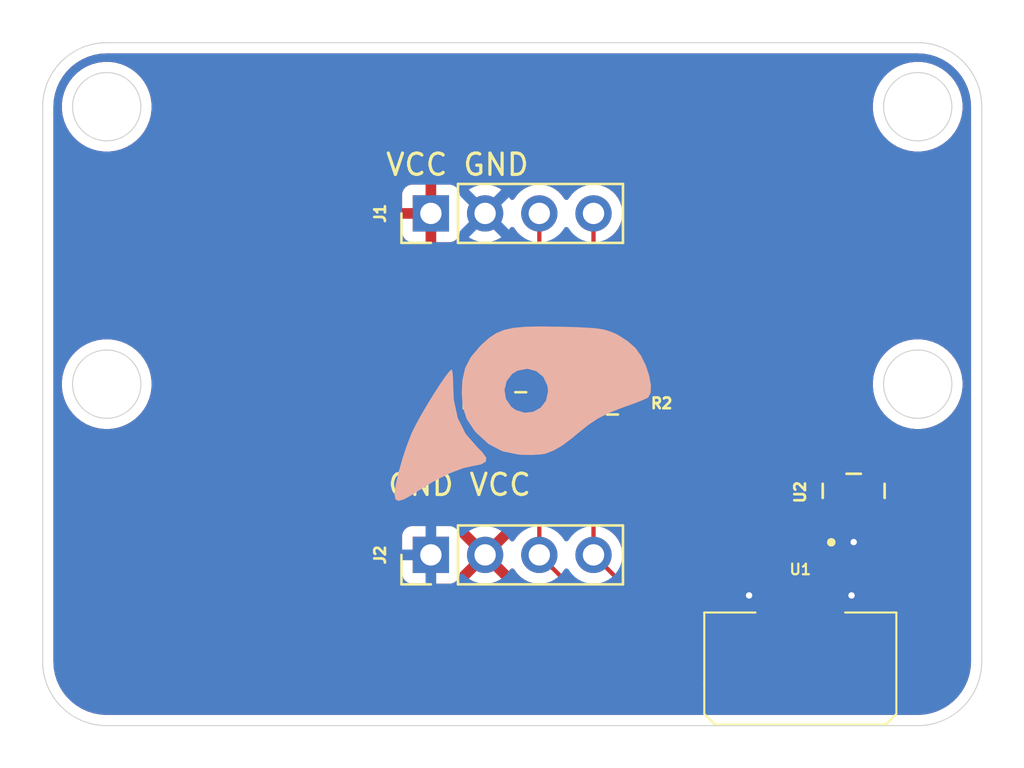
<source format=kicad_pcb>
(kicad_pcb (version 20241229) (generator "pcbnew") (generator_version "9.0")
  (layers (0 "F.Cu" signal) (2 "B.Cu" signal) (13 "F.Paste" user) (15 "B.Paste" user) (5 "F.SilkS" user "F.Silkscreen") (7 "B.SilkS" user "B.Silkscreen") (1 "F.Mask" user) (3 "B.Mask" user) (25 "Edge.Cuts" user))
  (net 0 "")
  (net 1 "GND")
  (net 2 "GPIO 0")
  (net 3 "+3V3")
  (net 4 "GPIO 1")
  (net 5 "+5V")
  (net 6 "GPIO 3")
  (net 7 "GPIO 2")
  (footprint "FFC:FFC 0.8mm 8P" (layer "F.Cu") (at 103.5 66.6)
    (property "Reference" "U1" (at 0 -1.92 0) (layer "F.SilkS") (effects (font (size 0.5 0.5) (thickness 0.1))))
    (property "Value" "~" (hide yes))
    (fp_line (start -4.5 0.1) (end -2.1 0.1) (stroke (width 0.1)) (layer "F.SilkS"))
    (fp_line (start -4.5 3.45) (end -4.5 0.1) (stroke (width 0.1)) (layer "F.SilkS"))
    (fp_line (start -4.5 4.849999) (end -4.5 3.45) (stroke (width 0.1)) (layer "F.SilkS"))
    (fp_line (start -4 5.35) (end -4.5 4.849999) (stroke (width 0.1)) (layer "F.SilkS"))
    (fp_line (start -4 5.35) (end 4 5.35) (stroke (width 0.1)) (layer "F.SilkS"))
    (fp_line (start 2.1 0.1) (end 4.5 0.1) (stroke (width 0.1)) (layer "F.SilkS"))
    (fp_line (start 4 5.35) (end 4.5 4.849999) (stroke (width 0.1)) (layer "F.SilkS"))
    (fp_line (start 4.5 0.1) (end 4.5 3.45) (stroke (width 0.1)) (layer "F.SilkS"))
    (fp_line (start 4.5 4.849999) (end 4.5 3.45) (stroke (width 0.1)) (layer "F.SilkS"))
    (pad "" smd rect (at -3.4 2.55) (size 1.8 2.2) (layers "F.Cu" "F.Mask" "F.Paste"))
    (pad "" smd rect (at 3.4 2.55) (size 1.8 2.2) (layers "F.Cu" "F.Mask" "F.Paste"))
    (pad "1" smd rect (at -1.75 -0.65) (size 0.3 1.1) (layers "F.Cu" "F.Mask" "F.Paste") (net 1 "GND"))
    (pad "2" smd rect (at -1.25 -0.65) (size 0.3 1.1) (layers "F.Cu" "F.Mask" "F.Paste") (net 6 "GPIO 3"))
    (pad "3" smd rect (at -0.75 -0.649999) (size 0.3 1.1) (layers "F.Cu" "F.Mask" "F.Paste") (net 7 "GPIO 2"))
    (pad "4" smd rect (at -0.25 -0.65) (size 0.3 1.1) (layers "F.Cu" "F.Mask" "F.Paste") (net 5 "+5V"))
    (pad "5" smd rect (at 0.25 -0.65) (size 0.3 1.1) (layers "F.Cu" "F.Mask" "F.Paste") (net 5 "+5V"))
    (pad "6" smd rect (at 0.750001 -0.65) (size 0.3 1.1) (layers "F.Cu" "F.Mask" "F.Paste") (net 4 "GPIO 1"))
    (pad "7" smd rect (at 1.25 -0.65) (size 0.3 1.1) (layers "F.Cu" "F.Mask" "F.Paste") (net 2 "GPIO 0"))
    (pad "8" smd rect (at 1.749999 -0.65) (size 0.3 1.1) (layers "F.Cu" "F.Mask" "F.Paste") (net 1 "GND"))
  )
  (footprint "Connector_PinHeader_2.54mm:PinHeader_1x04_P2.54mm_Vertical" (layer "F.Cu") (at 86.19 48 90)
    (property "Reference" "J1" (at 0 -2.38 90) (layer "F.SilkS") (effects (font (size 0.5 0.5))))
    (property "Value" "Conn_01x04_Socket" (hide yes))
    (fp_line (start -1.38 -1.38) (end 0 -1.38) (stroke (width 0.12)) (layer "F.SilkS"))
    (fp_line (start -1.38 0) (end -1.38 -1.38) (stroke (width 0.12)) (layer "F.SilkS"))
    (fp_line (start 1.38 1.27) (end 1.38 9) (stroke (width 0.12)) (layer "F.SilkS"))
    (fp_line (start -1.38 1.27) (end 1.38 1.27) (stroke (width 0.12)) (layer "F.SilkS"))
    (fp_line (start -1.38 1.27) (end -1.38 9) (stroke (width 0.12)) (layer "F.SilkS"))
    (fp_line (start -1.38 9) (end 1.38 9) (stroke (width 0.12)) (layer "F.SilkS"))
    (pad "1" thru_hole rect (at 0 0 90) (size 1.7 1.7) (drill 1) (layers "*.Cu" "*.Mask") (net 3 "+3V3"))
    (pad "2" thru_hole circle (at 0 2.54 90) (size 1.7 1.7) (drill 1) (layers "*.Cu" "*.Mask") (net 1 "GND"))
    (pad "3" thru_hole circle (at 0 5.08 90) (size 1.7 1.7) (drill 1) (layers "*.Cu" "*.Mask") (net 2 "GPIO 0"))
    (pad "4" thru_hole circle (at 0 7.62 90) (size 1.7 1.7) (drill 1) (layers "*.Cu" "*.Mask") (net 4 "GPIO 1"))
  )
  (footprint "Connector_PinHeader_2.54mm:PinHeader_1x04_P2.54mm_Vertical" (layer "F.Cu") (at 86.19 64 90)
    (property "Reference" "J2" (at 0 -2.38 90) (layer "F.SilkS") (effects (font (size 0.5 0.5))))
    (property "Value" "Conn_01x04_Socket" (hide yes))
    (fp_line (start -1.38 -1.38) (end 0 -1.38) (stroke (width 0.12)) (layer "F.SilkS"))
    (fp_line (start -1.38 0) (end -1.38 -1.38) (stroke (width 0.12)) (layer "F.SilkS"))
    (fp_line (start 1.38 1.27) (end 1.38 9) (stroke (width 0.12)) (layer "F.SilkS"))
    (fp_line (start -1.38 1.27) (end 1.38 1.27) (stroke (width 0.12)) (layer "F.SilkS"))
    (fp_line (start -1.38 1.27) (end -1.38 9) (stroke (width 0.12)) (layer "F.SilkS"))
    (fp_line (start -1.38 9) (end 1.38 9) (stroke (width 0.12)) (layer "F.SilkS"))
    (pad "1" thru_hole rect (at 0 0 90) (size 1.7 1.7) (drill 1) (layers "*.Cu" "*.Mask") (net 1 "GND"))
    (pad "2" thru_hole circle (at 0 2.54 90) (size 1.7 1.7) (drill 1) (layers "*.Cu" "*.Mask") (net 3 "+3V3"))
    (pad "3" thru_hole circle (at 0 5.08 90) (size 1.7 1.7) (drill 1) (layers "*.Cu" "*.Mask") (net 2 "GPIO 0"))
    (pad "4" thru_hole circle (at 0 7.62 90) (size 1.7 1.7) (drill 1) (layers "*.Cu" "*.Mask") (net 4 "GPIO 1"))
  )
  (footprint "TLV 3V3 Regulator:SOT95P280X145-5N" (layer "F.Cu") (at 106 61 90)
    (property "Reference" "U2" (at -0.06 -2.508 90) (layer "F.SilkS") (effects (font (size 0.5 0.5))))
    (property "Value" "TLV74133PDBVR" (hide yes))
    (fp_line (start -0.33 -1.45) (end 0.33 -1.45) (stroke (width 0.127)) (layer "F.SilkS"))
    (fp_line (start 0.8 -0.335) (end 0.8 0.335) (stroke (width 0.127)) (layer "F.SilkS"))
    (fp_line (start 0.33 1.45) (end -0.33 1.45) (stroke (width 0.127)) (layer "F.SilkS"))
    (fp_circle (center -2.41 -1.05) (end -2.31 -1.05) (stroke (width 0.2)) (fill no) (layer "F.SilkS"))
    (pad "1" smd roundrect (at -1.255 -0.95 90) (size 1.21 0.59) (layers "F.Cu" "F.Mask" "F.Paste") (net 5 "+5V"))
    (pad "2" smd roundrect (at -1.255 0 90) (size 1.21 0.59) (layers "F.Cu" "F.Mask" "F.Paste") (net 1 "GND"))
    (pad "3" smd roundrect (at -1.255 0.95 90) (size 1.21 0.59) (layers "F.Cu" "F.Mask" "F.Paste") (net 5 "+5V"))
    (pad "4" smd roundrect (at 1.255 0.95 90) (size 1.21 0.59) (layers "F.Cu" "F.Mask" "F.Paste"))
    (pad "5" smd roundrect (at 1.255 -0.95 90) (size 1.21 0.59) (layers "F.Cu" "F.Mask" "F.Paste") (net 3 "+3V3"))
  )
  (footprint "Resistor_SMD:R_0603_1608Metric_Pad0.98x0.95mm_HandSolder" (layer "F.Cu") (at 94.7 56.9 180)
    (property "Reference" "R2" (at -2.3 0 0) (layer "F.SilkS") (effects (font (size 0.5 0.5))))
    (property "Value" "10Kohms" (hide yes))
    (fp_line (start -0.254724 0.5225) (end 0.254724 0.5225) (stroke (width 0.12)) (layer "F.SilkS"))
    (fp_line (start -0.254724 -0.5225) (end 0.254724 -0.5225) (stroke (width 0.12)) (layer "F.SilkS"))
    (pad "1" smd roundrect (at -0.9125 0 180) (size 0.975 0.95) (layers "F.Cu" "F.Mask" "F.Paste") (net 3 "+3V3"))
    (pad "2" smd roundrect (at 0.9125 0 180) (size 0.975 0.95) (layers "F.Cu" "F.Mask" "F.Paste") (net 4 "GPIO 1"))
  )
  (footprint "Resistor_SMD:R_0603_1608Metric_Pad0.98x0.95mm_HandSolder" (layer "F.Cu") (at 90.4 56.9)
    (property "Reference" "R1" (at -2.3 0 0) (layer "F.SilkS") (effects (font (size 0.5 0.5))))
    (property "Value" "10Kohms" (hide yes))
    (fp_line (start -0.254724 -0.5225) (end 0.254724 -0.5225) (stroke (width 0.12)) (layer "F.SilkS"))
    (fp_line (start -0.254724 0.5225) (end 0.254724 0.5225) (stroke (width 0.12)) (layer "F.SilkS"))
    (pad "1" smd roundrect (at -0.9125 0) (size 0.975 0.95) (layers "F.Cu" "F.Mask" "F.Paste") (net 3 "+3V3"))
    (pad "2" smd roundrect (at 0.9125 0) (size 0.975 0.95) (layers "F.Cu" "F.Mask" "F.Paste") (net 2 "GPIO 0"))
  )
  (footprint "LOGO" (layer "B.Cu") (at 90.5 57.5 180)
    (property "Reference" "G***" (hide yes))
    (property "Value" "LOGO" (hide yes))
    (fp_poly (pts (xy 3.446033 2.099779) (xy 3.638973 1.850672) (xy 3.891791 1.483316) (xy 4.179959 1.036896) (xy 4.478949 0.550595) (xy 4.764234 0.063598) (xy 5.011285 -0.38491) (xy 5.195574 -0.755744) (xy 5.227026 -0.827154) (xy 5.448479 -1.399299) (xy 5.654597 -2.024482) (xy 5.828353 -2.641096) (xy 5.952723 -3.187536) (xy 6.010683 -3.602197) (xy 6.012831 -3.670632) (xy 5.974358 -3.891591) (xy 5.844609 -3.9734) (xy 5.60209 -3.913169) (xy 5.225305 -3.708007) (xy 4.945132 -3.527052) (xy 4.163679 -3.047051) (xy 3.426405 -2.675299) (xy 2.775134 -2.431127) (xy 2.390234 -2.346125) (xy 1.951324 -2.258473) (xy 1.730006 -2.128862) (xy 1.720289 -1.938477) (xy 1.916179 -1.668501) (xy 2.113106 -1.475854) (xy 2.678363 -0.827611) (xy 3.048417 -0.090821) (xy 3.232627 0.756914) (xy 3.258117 1.264239) (xy 3.267399 1.688916) (xy 3.291092 2.011293) (xy 3.324711 2.178983) (xy 3.337499 2.191451)) (fill yes) (layer "B.SilkS"))
    (fp_poly (pts (xy -0.120747 4.190799) (xy 0.436967 4.139555) (xy 0.881297 4.04249) (xy 1.249124 3.890439) (xy 1.577332 3.674233) (xy 1.902803 3.384705) (xy 2.026972 3.260178) (xy 2.443599 2.765161) (xy 2.703672 2.264802) (xy 2.834927 1.686996) (xy 2.865929 1.079148) (xy 2.811482 0.408737) (xy 2.627809 -0.14326) (xy 2.284407 -0.660365) (xy 2.190237 -0.771097) (xy 1.6066 -1.308885) (xy 0.959787 -1.644763) (xy 0.204354 -1.800509) (xy 0.016216 -1.81289) (xy -0.429975 -1.817888) (xy -0.823051 -1.796616) (xy -1.074263 -1.754532) (xy -1.45649 -1.602926) (xy -1.828733 -1.388269) (xy -2.255106 -1.070385) (xy -2.528762 -0.843076) (xy -3.053397 -0.420406) (xy -3.525978 -0.10504) (xy -4.030201 0.150246) (xy -4.649759 0.392672) (xy -4.832744 0.456896) (xy -5.26317 0.612345) (xy -5.619 0.753126) (xy -5.840229 0.855091) (xy -5.872346 0.875234) (xy -5.987886 1.093921) (xy -5.990275 1.168403) (xy -1.17759 1.168403) (xy -1.085663 0.730785) (xy -0.837781 0.402654) (xy -0.484772 0.205371) (xy -0.077465 0.160299) (xy 0.333311 0.288803) (xy 0.545535 0.444192) (xy 0.792785 0.808283) (xy 0.860943 1.227327) (xy 0.760982 1.638045) (xy 0.503875 1.977159) (xy 0.252973 2.131207) (xy -0.205392 2.219145) (xy -0.621583 2.113164) (xy -0.949791 1.844094) (xy -1.144207 1.442766) (xy -1.17759 1.168403) (xy -5.990275 1.168403) (xy -5.99933 1.450709) (xy -5.920399 1.892276) (xy -5.764816 2.365296) (xy -5.546303 2.816445) (xy -5.278584 3.1924) (xy -5.275019 3.196359) (xy -4.935632 3.497303) (xy -4.510664 3.777799) (xy -4.297955 3.885764) (xy -4.059775 3.981861) (xy -3.817157 4.052968) (xy -3.528586 4.104033) (xy -3.152544 4.140003) (xy -2.647513 4.165825) (xy -1.971976 4.186446) (xy -1.723856 4.1925) (xy -0.828727 4.205392)) (fill yes) (layer "B.SilkS"))
  )
  (gr_circle (center 109 56) (end 109 54.4) (stroke (width 0.05)) (fill no) (layer "Edge.Cuts"))
  (gr_arc (start 71 72) (mid 68.87868 71.12132) (end 68 69) (stroke (width 0.05)) (layer "Edge.Cuts"))
  (gr_circle (center 71 43) (end 71 41.4) (stroke (width 0.05)) (fill no) (layer "Edge.Cuts"))
  (gr_circle (center 71 56) (end 71 54.4) (stroke (width 0.05)) (fill no) (layer "Edge.Cuts"))
  (gr_line (start 71 40) (end 109 40) (stroke (width 0.05)) (layer "Edge.Cuts"))
  (gr_line (start 68 69) (end 68 43) (stroke (width 0.05)) (layer "Edge.Cuts"))
  (gr_line (start 109 72) (end 71 72) (stroke (width 0.05)) (layer "Edge.Cuts"))
  (gr_line (start 112 43) (end 112 69) (stroke (width 0.05)) (layer "Edge.Cuts"))
  (gr_arc (start 109 40) (mid 111.12132 40.87868) (end 112 43) (stroke (width 0.05)) (layer "Edge.Cuts"))
  (gr_circle (center 109 43) (end 109 41.4) (stroke (width 0.05)) (fill no) (layer "Edge.Cuts"))
  (gr_arc (start 112 69) (mid 111.12132 71.12132) (end 109 72) (stroke (width 0.05)) (layer "Edge.Cuts"))
  (gr_arc (start 68 43) (mid 68.87868 40.87868) (end 71 40) (stroke (width 0.05)) (layer "Edge.Cuts"))
  (gr_text "GND VCC" (at 84.1 61.3 0) (layer "F.SilkS") (effects (font (size 1 1)) (justify left bottom)))
  (gr_text "VCC GND" (at 84 46.3 0) (layer "F.SilkS") (effects (font (size 1 1)) (justify left bottom)))
  (segment (start 101.75 65.95) (end 101.15 65.95) (width 0.2) (layer "F.Cu") (net 1))
  (segment (start 106 62.255) (end 106 63.4) (width 0.2) (layer "F.Cu") (net 1))
  (segment (start 105.249999 65.95) (end 105.85 65.95) (width 0.2) (layer "F.Cu") (net 1))
  (segment (start 105.85 65.95) (end 105.9 65.9) (width 0.2) (layer "F.Cu") (net 1))
  (segment (start 101.15 65.95) (end 101.1 65.9) (width 0.2) (layer "F.Cu") (net 1))
  (via (at 106 63.4) (size 0.6) (drill 0.3) (layers "F.Cu" "B.Cu") (net 1))
  (via (at 105.9 65.9) (size 0.6) (drill 0.3) (layers "F.Cu" "B.Cu") (net 1))
  (via (at 101.1 65.9) (size 0.6) (drill 0.3) (layers "F.Cu" "B.Cu") (net 1))
  (segment (start 91.27 64) (end 91.27 48.1) (width 0.2) (layer "F.Cu") (net 2))
  (segment (start 104.3671 67.202) (end 94.472 67.202) (width 0.2) (layer "F.Cu") (net 2))
  (segment (start 94.472 67.202) (end 91.27 64) (width 0.2) (layer "F.Cu") (net 2))
  (segment (start 104.75 65.95) (end 104.75 66.8191) (width 0.2) (layer "F.Cu") (net 2))
  (segment (start 104.75 66.8191) (end 104.3671 67.202) (width 0.2) (layer "F.Cu") (net 2))
  (segment (start 93.81 64) (end 96.611 66.801) (width 0.2) (layer "F.Cu") (net 4))
  (segment (start 93.81 48.1) (end 93.81 64) (width 0.2) (layer "F.Cu") (net 4))
  (segment (start 96.611 66.801) (end 104.201 66.801) (width 0.2) (layer "F.Cu") (net 4))
  (segment (start 104.201 66.801) (end 104.250001 66.751999) (width 0.2) (layer "F.Cu") (net 4))
  (segment (start 104.250001 66.751999) (end 104.250001 65.95) (width 0.2) (layer "F.Cu") (net 4))
  (segment (start 105.05 61.650001) (end 105.351001 61.349) (width 0.2) (layer "F.Cu") (net 5))
  (segment (start 103.75 65.95) (end 103.75 63.555) (width 0.2) (layer "F.Cu") (net 5))
  (segment (start 105.05 62.255) (end 105.05 61.650001) (width 0.2) (layer "F.Cu") (net 5))
  (segment (start 103.25 65.95) (end 103.75 65.95) (width 0.2) (layer "F.Cu") (net 5))
  (segment (start 106.95 61.650001) (end 106.95 62.255) (width 0.2) (layer "F.Cu") (net 5))
  (segment (start 106.648999 61.349) (end 106.95 61.650001) (width 0.2) (layer "F.Cu") (net 5))
  (segment (start 103.75 63.555) (end 105.05 62.255) (width 0.2) (layer "F.Cu") (net 5))
  (segment (start 105.351001 61.349) (end 106.648999 61.349) (width 0.2) (layer "F.Cu") (net 5))
  (zone (net 3) (net_name "+3V3") (layer "F.Cu") (priority 1) (connect_pads (clearance 0.5)) (min_thickness 0.25) (fill yes (thermal_gap 0.5) (thermal_bridge_width 0.5))
    (polygon (pts (xy 66 38) (xy 114 38) (xy 114 74) (xy 66 74)))
  )
  (zone (net 1) (net_name "GND") (layer "B.Cu") (connect_pads (clearance 0.5)) (min_thickness 0.25) (fill yes (thermal_gap 0.5) (thermal_bridge_width 0.5))
    (polygon (pts (xy 67 39) (xy 113 39) (xy 113 73) (xy 67 73)))
  )
)
</source>
